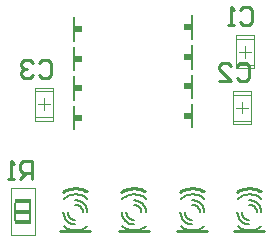
<source format=gbo>
%FSTAX24Y24*%
%MOIN*%
%SFA1B1*%

%IPPOS*%
%ADD11R,0.047600X0.015900*%
%ADD12C,0.003900*%
%ADD13C,0.006000*%
%ADD14C,0.010000*%
%ADD15R,0.025000X0.024000*%
%ADD16R,0.056000X0.014000*%
%ADD17C,0.002000*%
%LNnode_simple-1*%
%LPD*%
G54D11*
X000752Y001225D03*
G54D12*
X001165Y005233D02*
X001735D01*
X001165Y004367D02*
X001735D01*
X001165D02*
Y005233D01*
X001735Y004367D02*
Y005233D01*
X007765Y005128D02*
X008335D01*
X007765Y004262D02*
X008335D01*
X007765D02*
Y005128D01*
X008335Y004262D02*
Y005128D01*
X007865Y006988D02*
X008435D01*
X007865Y006122D02*
X008435D01*
X007865D02*
Y006988D01*
X008435Y006122D02*
Y006988D01*
X001135Y005351D02*
X001765D01*
X001135Y004249D02*
X001765D01*
X001135D02*
Y005351D01*
X001765Y004249D02*
Y005351D01*
X00145Y004603D02*
Y004997D01*
X001253Y0048D02*
X001647D01*
X007735Y005246D02*
X008365D01*
X007735Y004144D02*
X008365D01*
X007735D02*
Y005246D01*
X008365Y004144D02*
Y005246D01*
X00805Y004498D02*
Y004892D01*
X007853Y004695D02*
X008247D01*
X007835Y007106D02*
X008465D01*
X007835Y006004D02*
X008465D01*
X007835D02*
Y007106D01*
X008465Y006004D02*
Y007106D01*
X00815Y006358D02*
Y006752D01*
X007953Y006555D02*
X008347D01*
G54D13*
X00289Y001661D02*
D01*
X002856Y001686*
X00282Y00171*
X002784Y001731*
X002745Y001749*
X002706Y001765*
X002665Y001777*
X002624Y001787*
X002582Y001794*
X00254Y001798*
X0025Y0018*
D01*
X002458Y001798*
X002416Y001794*
X002375Y001786*
X002334Y001776*
X002294Y001763*
X002255Y001748*
X002218Y001729*
X002182Y001708*
X002147Y001685*
X002114Y001659*
X002101Y001648*
X0025Y0006D02*
D01*
X002542Y0006*
X002585Y000604*
X002627Y000611*
X002668Y00062*
X002709Y000633*
X002749Y000648*
X002788Y000666*
X002825Y000687*
X002861Y00071*
X002895Y000735*
X0029Y00074*
X002116Y00073D02*
D01*
X002149Y000705*
X002184Y000682*
X00222Y000662*
X002258Y000645*
X002297Y00063*
X002337Y000618*
X002377Y000609*
X002418Y000603*
X00246Y0006*
X0025Y0006*
X00275Y0012D02*
D01*
X002749Y001217*
X002747Y001234*
X002744Y001251*
X00274Y001268*
X002734Y001285*
X002728Y001301*
X00272Y001317*
X002712Y001332*
X002702Y001346*
X002691Y00136*
X002679Y001373*
X002667Y001385*
X002653Y001397*
X002639Y001407*
X002625Y001416*
X002609Y001424*
X002593Y001431*
X002577Y001437*
X00256Y001442*
X002543Y001446*
X002526Y001448*
X002508Y001449*
X0025Y00145*
X0029Y0012D02*
D01*
X002899Y001227*
X002896Y001255*
X002891Y001283*
X002884Y00131*
X002875Y001336*
X002865Y001362*
X002853Y001387*
X002839Y001411*
X002823Y001435*
X002806Y001457*
X002787Y001477*
X002767Y001497*
X002746Y001515*
X002723Y001531*
X0027Y001546*
X002675Y001559*
X002649Y00157*
X002623Y00158*
X002596Y001588*
X002569Y001593*
X002541Y001597*
X002513Y001599*
X0025Y0016*
X00225Y0012D02*
D01*
X00225Y001182*
X002252Y001165*
X002255Y001148*
X002259Y001131*
X002265Y001114*
X002271Y001098*
X002279Y001082*
X002287Y001067*
X002297Y001053*
X002308Y001039*
X00232Y001026*
X002332Y001014*
X002346Y001002*
X00236Y000992*
X002375Y000983*
X00239Y000975*
X002406Y000968*
X002422Y000962*
X002439Y000957*
X002456Y000953*
X002473Y000951*
X002491Y00095*
X0025Y00095*
X0021Y0012D02*
D01*
X0021Y001172*
X002103Y001144*
X002108Y001116*
X002115Y001089*
X002124Y001063*
X002134Y001037*
X002146Y001012*
X00216Y000988*
X002176Y000964*
X002193Y000942*
X002212Y000922*
X002232Y000902*
X002253Y000884*
X002276Y000868*
X0023Y000853*
X002324Y00084*
X00235Y000829*
X002376Y000819*
X002403Y000811*
X00243Y000806*
X002458Y000802*
X002486Y0008*
X0025Y0008*
X00484Y001661D02*
D01*
X004806Y001686*
X00477Y00171*
X004734Y001731*
X004695Y001749*
X004656Y001765*
X004615Y001777*
X004574Y001787*
X004532Y001794*
X00449Y001798*
X00445Y0018*
D01*
X004408Y001798*
X004366Y001794*
X004325Y001786*
X004284Y001776*
X004244Y001763*
X004205Y001748*
X004168Y001729*
X004132Y001708*
X004097Y001685*
X004064Y001659*
X004051Y001648*
X00445Y0006D02*
D01*
X004492Y0006*
X004535Y000604*
X004577Y000611*
X004618Y00062*
X004659Y000633*
X004699Y000648*
X004738Y000666*
X004775Y000687*
X004811Y00071*
X004845Y000735*
X00485Y00074*
X004066Y00073D02*
D01*
X004099Y000705*
X004134Y000682*
X00417Y000662*
X004208Y000645*
X004247Y00063*
X004287Y000618*
X004327Y000609*
X004368Y000603*
X00441Y0006*
X00445Y0006*
X0047Y0012D02*
D01*
X004699Y001217*
X004697Y001234*
X004694Y001251*
X00469Y001268*
X004684Y001285*
X004678Y001301*
X00467Y001317*
X004662Y001332*
X004652Y001346*
X004641Y00136*
X004629Y001373*
X004617Y001385*
X004603Y001397*
X004589Y001407*
X004575Y001416*
X004559Y001424*
X004543Y001431*
X004527Y001437*
X00451Y001442*
X004493Y001446*
X004476Y001448*
X004458Y001449*
X00445Y00145*
X00485Y0012D02*
D01*
X004849Y001227*
X004846Y001255*
X004841Y001283*
X004834Y00131*
X004825Y001336*
X004815Y001362*
X004803Y001387*
X004789Y001411*
X004773Y001435*
X004756Y001457*
X004737Y001477*
X004717Y001497*
X004696Y001515*
X004673Y001531*
X00465Y001546*
X004625Y001559*
X004599Y00157*
X004573Y00158*
X004546Y001588*
X004519Y001593*
X004491Y001597*
X004463Y001599*
X00445Y0016*
X0042Y0012D02*
D01*
X0042Y001182*
X004202Y001165*
X004205Y001148*
X004209Y001131*
X004215Y001114*
X004221Y001098*
X004229Y001082*
X004237Y001067*
X004247Y001053*
X004258Y001039*
X00427Y001026*
X004282Y001014*
X004296Y001002*
X00431Y000992*
X004325Y000983*
X00434Y000975*
X004356Y000968*
X004372Y000962*
X004389Y000957*
X004406Y000953*
X004423Y000951*
X004441Y00095*
X00445Y00095*
X00405Y0012D02*
D01*
X00405Y001172*
X004053Y001144*
X004058Y001116*
X004065Y001089*
X004074Y001063*
X004084Y001037*
X004096Y001012*
X00411Y000988*
X004126Y000964*
X004143Y000942*
X004162Y000922*
X004182Y000902*
X004203Y000884*
X004226Y000868*
X00425Y000853*
X004274Y00084*
X0043Y000829*
X004326Y000819*
X004353Y000811*
X00438Y000806*
X004408Y000802*
X004436Y0008*
X00445Y0008*
X00679Y001661D02*
D01*
X006756Y001686*
X00672Y00171*
X006684Y001731*
X006645Y001749*
X006606Y001765*
X006565Y001777*
X006524Y001787*
X006482Y001794*
X00644Y001798*
X0064Y0018*
D01*
X006358Y001798*
X006316Y001794*
X006275Y001786*
X006234Y001776*
X006194Y001763*
X006155Y001748*
X006118Y001729*
X006082Y001708*
X006047Y001685*
X006014Y001659*
X006001Y001648*
X0064Y0006D02*
D01*
X006442Y0006*
X006485Y000604*
X006527Y000611*
X006568Y00062*
X006609Y000633*
X006649Y000648*
X006688Y000666*
X006725Y000687*
X006761Y00071*
X006795Y000735*
X0068Y00074*
X006016Y00073D02*
D01*
X006049Y000705*
X006084Y000682*
X00612Y000662*
X006158Y000645*
X006197Y00063*
X006237Y000618*
X006277Y000609*
X006318Y000603*
X00636Y0006*
X0064Y0006*
X00665Y0012D02*
D01*
X006649Y001217*
X006647Y001234*
X006644Y001251*
X00664Y001268*
X006634Y001285*
X006628Y001301*
X00662Y001317*
X006612Y001332*
X006602Y001346*
X006591Y00136*
X006579Y001373*
X006567Y001385*
X006553Y001397*
X006539Y001407*
X006525Y001416*
X006509Y001424*
X006493Y001431*
X006477Y001437*
X00646Y001442*
X006443Y001446*
X006426Y001448*
X006408Y001449*
X0064Y00145*
X0068Y0012D02*
D01*
X006799Y001227*
X006796Y001255*
X006791Y001283*
X006784Y00131*
X006775Y001336*
X006765Y001362*
X006753Y001387*
X006739Y001411*
X006723Y001435*
X006706Y001457*
X006687Y001477*
X006667Y001497*
X006646Y001515*
X006623Y001531*
X0066Y001546*
X006575Y001559*
X006549Y00157*
X006523Y00158*
X006496Y001588*
X006469Y001593*
X006441Y001597*
X006413Y001599*
X0064Y0016*
X00615Y0012D02*
D01*
X00615Y001182*
X006152Y001165*
X006155Y001148*
X006159Y001131*
X006165Y001114*
X006171Y001098*
X006179Y001082*
X006187Y001067*
X006197Y001053*
X006208Y001039*
X00622Y001026*
X006232Y001014*
X006246Y001002*
X00626Y000992*
X006275Y000983*
X00629Y000975*
X006306Y000968*
X006322Y000962*
X006339Y000957*
X006356Y000953*
X006373Y000951*
X006391Y00095*
X0064Y00095*
X006Y0012D02*
D01*
X006Y001172*
X006003Y001144*
X006008Y001116*
X006015Y001089*
X006024Y001063*
X006034Y001037*
X006046Y001012*
X00606Y000988*
X006076Y000964*
X006093Y000942*
X006112Y000922*
X006132Y000902*
X006153Y000884*
X006176Y000868*
X0062Y000853*
X006224Y00084*
X00625Y000829*
X006276Y000819*
X006303Y000811*
X00633Y000806*
X006358Y000802*
X006386Y0008*
X0064Y0008*
X00869Y001661D02*
D01*
X008656Y001686*
X00862Y00171*
X008584Y001731*
X008545Y001749*
X008506Y001765*
X008465Y001777*
X008424Y001787*
X008382Y001794*
X00834Y001798*
X0083Y0018*
D01*
X008258Y001798*
X008216Y001794*
X008175Y001786*
X008134Y001776*
X008094Y001763*
X008055Y001748*
X008018Y001729*
X007982Y001708*
X007947Y001685*
X007914Y001659*
X007901Y001648*
X0083Y0006D02*
D01*
X008342Y0006*
X008385Y000604*
X008427Y000611*
X008468Y00062*
X008509Y000633*
X008549Y000648*
X008588Y000666*
X008625Y000687*
X008661Y00071*
X008695Y000735*
X0087Y00074*
X007916Y00073D02*
D01*
X007949Y000705*
X007984Y000682*
X00802Y000662*
X008058Y000645*
X008097Y00063*
X008137Y000618*
X008177Y000609*
X008218Y000603*
X00826Y0006*
X0083Y0006*
X00855Y0012D02*
D01*
X008549Y001217*
X008547Y001234*
X008544Y001251*
X00854Y001268*
X008534Y001285*
X008528Y001301*
X00852Y001317*
X008512Y001332*
X008502Y001346*
X008491Y00136*
X008479Y001373*
X008467Y001385*
X008453Y001397*
X008439Y001407*
X008425Y001416*
X008409Y001424*
X008393Y001431*
X008377Y001437*
X00836Y001442*
X008343Y001446*
X008326Y001448*
X008308Y001449*
X0083Y00145*
X0087Y0012D02*
D01*
X008699Y001227*
X008696Y001255*
X008691Y001283*
X008684Y00131*
X008675Y001336*
X008665Y001362*
X008653Y001387*
X008639Y001411*
X008623Y001435*
X008606Y001457*
X008587Y001477*
X008567Y001497*
X008546Y001515*
X008523Y001531*
X0085Y001546*
X008475Y001559*
X008449Y00157*
X008423Y00158*
X008396Y001588*
X008369Y001593*
X008341Y001597*
X008313Y001599*
X0083Y0016*
X00805Y0012D02*
D01*
X00805Y001182*
X008052Y001165*
X008055Y001148*
X008059Y001131*
X008065Y001114*
X008071Y001098*
X008079Y001082*
X008087Y001067*
X008097Y001053*
X008108Y001039*
X00812Y001026*
X008132Y001014*
X008146Y001002*
X00816Y000992*
X008175Y000983*
X00819Y000975*
X008206Y000968*
X008222Y000962*
X008239Y000957*
X008256Y000953*
X008273Y000951*
X008291Y00095*
X0083Y00095*
X0079Y0012D02*
D01*
X0079Y001172*
X007903Y001144*
X007908Y001116*
X007915Y001089*
X007924Y001063*
X007934Y001037*
X007946Y001012*
X00796Y000988*
X007976Y000964*
X007993Y000942*
X008012Y000922*
X008032Y000902*
X008053Y000884*
X008076Y000868*
X0081Y000853*
X008124Y00084*
X00815Y000829*
X008176Y000819*
X008203Y000811*
X00823Y000806*
X008258Y000802*
X008286Y0008*
X0083Y0008*
X006389Y00403D02*
Y00481D01*
Y00501D02*
Y00579D01*
Y005994D02*
Y006774D01*
Y006983D02*
Y007764D01*
X00245Y006916D02*
Y007696D01*
Y005936D02*
Y006716D01*
Y004953D02*
Y005733D01*
Y003963D02*
Y004743D01*
X001Y000944D02*
Y001504D01*
X0005Y000944D02*
Y001504D01*
G54D14*
X00798Y00793D02*
X00808Y00803D01*
X00828*
X00838Y00793*
Y00753*
X00828Y00743*
X00808*
X00798Y00753*
X00778Y00743D02*
X00758D01*
X00768*
Y00803*
X00778Y00793*
X00788Y00607D02*
X00798Y00617D01*
X00818*
X00828Y00607*
Y00567*
X00818Y00557*
X00798*
X00788Y00567*
X00728Y00557D02*
X00768D01*
X00728Y00597*
Y00607*
X00738Y00617*
X00758*
X00768Y00607*
X00128Y00617D02*
X00138Y00627D01*
X00158*
X00168Y00617*
Y00577*
X00158Y00567*
X00138*
X00128Y00577*
X00108Y00617D02*
X00098Y00627D01*
X00078*
X00068Y00617*
Y00607*
X00078Y00597*
X00088*
X00078*
X00068Y00587*
Y00577*
X00078Y00567*
X00098*
X00108Y00577*
X00105Y00231D02*
Y00291D01*
X00075*
X00065Y00281*
Y00261*
X00075Y00251*
X00105*
X00085D02*
X00065Y00231D01*
X00045D02*
X00025D01*
X00035*
Y00291*
X00045Y00281*
X00288Y001904D02*
D01*
X002829Y001928*
X002778Y00195*
X002724Y001967*
X00267Y001981*
X002615Y001991*
X002559Y001997*
X002504Y001999*
X0025Y002*
D01*
X002444Y001998*
X002388Y001992*
X002333Y001982*
X002279Y001969*
X002226Y001951*
X002174Y00193*
X002124Y001906*
X002081Y001881*
X00483Y001904D02*
D01*
X004779Y001928*
X004728Y00195*
X004674Y001967*
X00462Y001981*
X004565Y001991*
X004509Y001997*
X004454Y001999*
X00445Y002*
D01*
X004394Y001998*
X004338Y001992*
X004283Y001982*
X004229Y001969*
X004176Y001951*
X004124Y00193*
X004074Y001906*
X004031Y001881*
X00678Y001904D02*
D01*
X006729Y001928*
X006678Y00195*
X006624Y001967*
X00657Y001981*
X006515Y001991*
X006459Y001997*
X006404Y001999*
X0064Y002*
D01*
X006344Y001998*
X006288Y001992*
X006233Y001982*
X006179Y001969*
X006126Y001951*
X006074Y00193*
X006024Y001906*
X005981Y001881*
X00868Y001904D02*
D01*
X008629Y001928*
X008578Y00195*
X008524Y001967*
X00847Y001981*
X008415Y001991*
X008359Y001997*
X008304Y001999*
X0083Y002*
D01*
X008244Y001998*
X008188Y001992*
X008133Y001982*
X008079Y001969*
X008026Y001951*
X007974Y00193*
X007924Y001906*
X007881Y001881*
X002Y00058D02*
X003D01*
X00395D02*
X00495D01*
X0059D02*
X0069D01*
X0078D02*
X0088D01*
G54D15*
X006264Y00442D03*
Y0054D03*
Y006394D03*
Y007374D03*
X002575Y007306D03*
Y006326D03*
Y005333D03*
Y004353D03*
G54D16*
X00075Y000884D03*
Y001564D03*
G54D17*
X00114Y000447D02*
Y002004D01*
X000363Y000447D02*
Y002004D01*
Y000447D02*
X00114D01*
X000363Y002004D02*
X00114D01*
M02*
</source>
